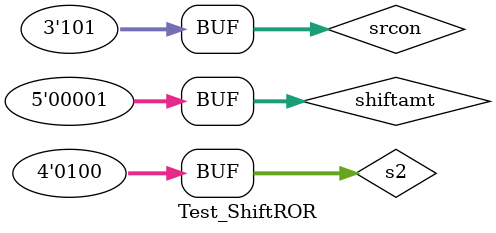
<source format=v>
module Test_ShiftROR;
	parameter N = 4;

	reg [N-1:0] s2;
	reg [4:0] shiftamt;
	reg [2:0] srcon;
	
	wire [N-1:0] out;
	
	initial
	begin
			s2=4; shiftamt=1; srcon=3'b001;
		#10 srcon=3'b010;
		#10 srcon=3'b011;
		#10 srcon=3'b101;
	end
	
	initial
	begin
	$monitor($time," in=%b, shiftamt=%d, srcon=%b, out=%b", s2,shiftamt,srcon,out);
	end
	
	ShiftROR shift(s2, shiftamt, srcon, out);
endmodule

</source>
